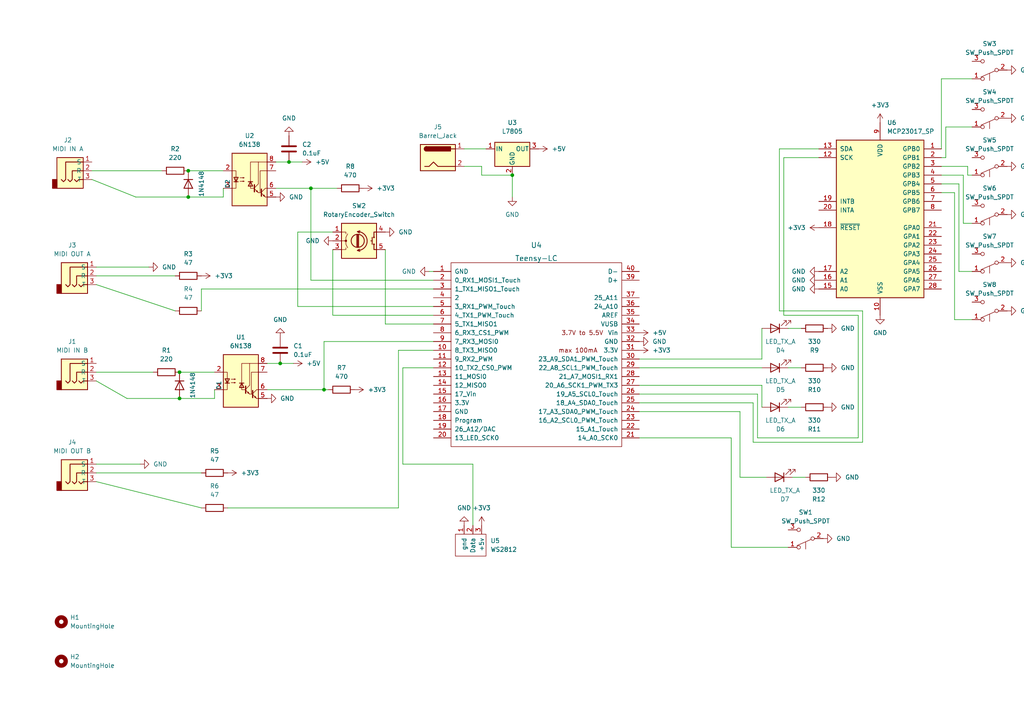
<source format=kicad_sch>
(kicad_sch (version 20211123) (generator eeschema)
  (paper "A4")
  (lib_symbols
    (symbol "Connector:Barrel_Jack" (pin_names (offset 1.016))
      (property "Reference" "J" (at 0 5.334 0))
      (property "Value" "Barrel_Jack" (at 0 -5.08 0))
      (symbol "Barrel_Jack_0_1"
        (rectangle (start -5.08 3.81) (end 5.08 -3.81) (stroke (width 0.254)) (fill (type background)))
        (arc (start -3.302 3.175) (mid -3.937 2.54) (end -3.302 1.905) (stroke (width 0.254)))
        (arc (start -3.302 3.175) (mid -3.937 2.54) (end -3.302 1.905) (stroke (width 0.254)) (fill (type outline)))
        (polyline (pts (xy 5.08 2.54) (xy 3.81 2.54)) (stroke (width 0.254)))
        (polyline (pts (xy -3.81 -2.54) (xy -2.54 -2.54) (xy -1.27 -1.27) (xy 0 -2.54) (xy 2.54 -2.54) (xy 5.08 -2.54)) (stroke (width 0.254)))
        (rectangle (start 3.683 3.175) (end -3.302 1.905) (stroke (width 0.254)) (fill (type outline)))
      )
      (symbol "Barrel_Jack_1_1"
        (pin passive line (at 7.62 2.54 180) (length 2.54) (name "~") (number "1"))
        (pin passive line (at 7.62 -2.54 180) (length 2.54) (name "~") (number "2"))
      )
    )
    (symbol "Device:C" (pin_numbers hide) (pin_names (offset 0.254))
      (property "Reference" "C" (at 0.635 2.54 0))
      (property "Value" "C" (at 0.635 -2.54 0))
      (symbol "C_0_1"
        (polyline (pts (xy -2.032 -0.762) (xy 2.032 -0.762)) (stroke (width 0.508)))
        (polyline (pts (xy -2.032 0.762) (xy 2.032 0.762)) (stroke (width 0.508)))
      )
      (symbol "C_1_1"
        (pin passive line (at 0 3.81 270) (length 2.794) (name "~") (number "1"))
        (pin passive line (at 0 -3.81 90) (length 2.794) (name "~") (number "2"))
      )
    )
    (symbol "Device:LED" (pin_numbers hide) (pin_names (offset 1.016) hide)
      (property "Reference" "D" (at 0 2.54 0))
      (property "Value" "LED" (at 0 -2.54 0))
      (symbol "LED_0_1"
        (polyline (pts (xy -1.27 -1.27) (xy -1.27 1.27)) (stroke (width 0.254)))
        (polyline (pts (xy -1.27 0) (xy 1.27 0)))
        (polyline (pts (xy 1.27 -1.27) (xy 1.27 1.27) (xy -1.27 0) (xy 1.27 -1.27)) (stroke (width 0.254)))
        (polyline (pts (xy -3.048 -0.762) (xy -4.572 -2.286) (xy -3.81 -2.286) (xy -4.572 -2.286) (xy -4.572 -1.524)))
        (polyline (pts (xy -1.778 -0.762) (xy -3.302 -2.286) (xy -2.54 -2.286) (xy -3.302 -2.286) (xy -3.302 -1.524)))
      )
      (symbol "LED_1_1"
        (pin passive line (at -3.81 0 0) (length 2.54) (name "K") (number "1"))
        (pin passive line (at 3.81 0 180) (length 2.54) (name "A") (number "2"))
      )
    )
    (symbol "Device:R" (pin_numbers hide) (pin_names (offset 0))
      (property "Reference" "R" (at 2.032 0 90))
      (property "Value" "R" (at 0 0 90))
      (symbol "R_0_1"
        (rectangle (start -1.016 -2.54) (end 1.016 2.54) (stroke (width 0.254)))
      )
      (symbol "R_1_1"
        (pin passive line (at 0 3.81 270) (length 1.27) (name "~") (number "1"))
        (pin passive line (at 0 -3.81 90) (length 1.27) (name "~") (number "2"))
      )
    )
    (symbol "Diode:1N4148" (pin_numbers hide) (pin_names (offset 1.016) hide)
      (property "Reference" "D" (at 0 2.54 0))
      (property "Value" "1N4148" (at 0 -2.54 0))
      (symbol "1N4148_0_1"
        (polyline (pts (xy -1.27 1.27) (xy -1.27 -1.27)) (stroke (width 0.254)))
        (polyline (pts (xy 1.27 0) (xy -1.27 0)))
        (polyline (pts (xy 1.27 1.27) (xy 1.27 -1.27) (xy -1.27 0) (xy 1.27 1.27)) (stroke (width 0.254)))
      )
      (symbol "1N4148_1_1"
        (pin passive line (at -3.81 0 0) (length 2.54) (name "K") (number "1"))
        (pin passive line (at 3.81 0 180) (length 2.54) (name "A") (number "2"))
      )
    )
    (symbol "Interface_Expansion:MCP23017_SP" (pin_names (offset 1.016))
      (property "Reference" "U" (at -11.43 24.13 0))
      (property "Value" "MCP23017_SP" (at 0 0 0))
      (symbol "MCP23017_SP_0_1"
        (rectangle (start -12.7 22.86) (end 12.7 -22.86) (stroke (width 0.254)) (fill (type background)))
      )
      (symbol "MCP23017_SP_1_1"
        (pin bidirectional line (at 17.78 20.32 180) (length 5.08) (name "GPB0") (number "1"))
        (pin power_in line (at 0 -27.94 90) (length 5.08) (name "VSS") (number "10"))
        (pin no_connect line (at -12.7 15.24 0) (length 5.08) hide (name "NC") (number "11"))
        (pin input line (at -17.78 17.78 0) (length 5.08) (name "SCK") (number "12"))
        (pin bidirectional line (at -17.78 20.32 0) (length 5.08) (name "SDA") (number "13"))
        (pin no_connect line (at -12.7 12.7 0) (length 5.08) hide (name "NC") (number "14"))
        (pin input line (at -17.78 -20.32 0) (length 5.08) (name "A0") (number "15"))
        (pin input line (at -17.78 -17.78 0) (length 5.08) (name "A1") (number "16"))
        (pin input line (at -17.78 -15.24 0) (length 5.08) (name "A2") (number "17"))
        (pin input line (at -17.78 -2.54 0) (length 5.08) (name "~{RESET}") (number "18"))
        (pin tri_state line (at -17.78 5.08 0) (length 5.08) (name "INTB") (number "19"))
        (pin bidirectional line (at 17.78 17.78 180) (length 5.08) (name "GPB1") (number "2"))
        (pin tri_state line (at -17.78 2.54 0) (length 5.08) (name "INTA") (number "20"))
        (pin bidirectional line (at 17.78 -2.54 180) (length 5.08) (name "GPA0") (number "21"))
        (pin bidirectional line (at 17.78 -5.08 180) (length 5.08) (name "GPA1") (number "22"))
        (pin bidirectional line (at 17.78 -7.62 180) (length 5.08) (name "GPA2") (number "23"))
        (pin bidirectional line (at 17.78 -10.16 180) (length 5.08) (name "GPA3") (number "24"))
        (pin bidirectional line (at 17.78 -12.7 180) (length 5.08) (name "GPA4") (number "25"))
        (pin bidirectional line (at 17.78 -15.24 180) (length 5.08) (name "GPA5") (number "26"))
        (pin bidirectional line (at 17.78 -17.78 180) (length 5.08) (name "GPA6") (number "27"))
        (pin bidirectional line (at 17.78 -20.32 180) (length 5.08) (name "GPA7") (number "28"))
        (pin bidirectional line (at 17.78 15.24 180) (length 5.08) (name "GPB2") (number "3"))
        (pin bidirectional line (at 17.78 12.7 180) (length 5.08) (name "GPB3") (number "4"))
        (pin bidirectional line (at 17.78 10.16 180) (length 5.08) (name "GPB4") (number "5"))
        (pin bidirectional line (at 17.78 7.62 180) (length 5.08) (name "GPB5") (number "6"))
        (pin bidirectional line (at 17.78 5.08 180) (length 5.08) (name "GPB6") (number "7"))
        (pin bidirectional line (at 17.78 2.54 180) (length 5.08) (name "GPB7") (number "8"))
        (pin power_in line (at 0 27.94 270) (length 5.08) (name "VDD") (number "9"))
      )
    )
    (symbol "Isolator:6N138" (pin_names (offset 1.016) hide)
      (property "Reference" "U" (at -4.064 8.89 0))
      (property "Value" "6N138" (at 2.286 8.89 0))
      (symbol "6N138_0_1"
        (rectangle (start -5.08 7.62) (end 5.08 -7.62) (stroke (width 0.254)) (fill (type background)))
        (polyline (pts (xy -4.572 -0.635) (xy -3.302 -0.635)) (stroke (width 0.254)))
        (polyline (pts (xy 0.889 -0.635) (xy -0.381 -0.635)) (stroke (width 0.254)))
        (polyline (pts (xy 1.397 -2.667) (xy 2.54 -3.81)))
        (polyline (pts (xy 1.397 -2.413) (xy 2.54 -1.27)))
        (polyline (pts (xy 2.54 -3.81) (xy 3.175 -3.81)))
        (polyline (pts (xy 3.429 -3.937) (xy 4.572 -5.08)))
        (polyline (pts (xy 3.429 -3.683) (xy 4.572 -2.54)))
        (polyline (pts (xy 4.572 -5.08) (xy 5.08 -5.08)))
        (polyline (pts (xy 4.572 -2.54) (xy 5.08 -2.54)))
        (polyline (pts (xy 1.397 -1.524) (xy 1.397 -3.556) (xy 1.397 -3.556)) (stroke (width 0.3556)))
        (polyline (pts (xy 2.54 -1.27) (xy 2.54 5.08) (xy 5.08 5.08)))
        (polyline (pts (xy 3.429 -2.794) (xy 3.429 -4.826) (xy 3.429 -4.826)) (stroke (width 0.3556)))
        (polyline (pts (xy 5.08 2.54) (xy 3.048 2.54) (xy 3.048 -3.81)))
        (polyline (pts (xy -5.08 -2.54) (xy -3.937 -2.54) (xy -3.937 2.54) (xy -5.08 2.54)))
        (polyline (pts (xy -3.937 -0.635) (xy -4.572 0.635) (xy -3.302 0.635) (xy -3.937 -0.635)) (stroke (width 0.254)))
        (polyline (pts (xy 0.254 -0.635) (xy 0.889 -1.905) (xy -0.381 -1.905) (xy 0.254 -0.635)) (stroke (width 0.254)))
        (polyline (pts (xy 1.27 -2.54) (xy 0.254 -2.54) (xy 0.254 5.08) (xy 2.54 5.08)))
        (polyline (pts (xy 2.413 -3.683) (xy 2.159 -3.175) (xy 1.905 -3.429) (xy 2.413 -3.683)))
        (polyline (pts (xy 4.445 -4.953) (xy 4.191 -4.445) (xy 3.937 -4.699) (xy 4.445 -4.953)))
        (polyline (pts (xy -2.794 -0.508) (xy -1.524 -0.508) (xy -1.905 -0.635) (xy -1.905 -0.381) (xy -1.524 -0.508)))
        (polyline (pts (xy -2.794 0.508) (xy -1.524 0.508) (xy -1.905 0.381) (xy -1.905 0.635) (xy -1.524 0.508)))
      )
      (symbol "6N138_1_1"
        (pin no_connect line (at -5.08 5.08 0) (length 2.54) hide (name "NC") (number "1"))
        (pin passive line (at -7.62 2.54 0) (length 2.54) (name "C1") (number "2"))
        (pin passive line (at -7.62 -2.54 0) (length 2.54) (name "C2") (number "3"))
        (pin no_connect line (at -5.08 -5.08 0) (length 2.54) hide (name "NC") (number "4"))
        (pin passive line (at 7.62 -5.08 180) (length 2.54) (name "GND") (number "5"))
        (pin passive line (at 7.62 -2.54 180) (length 2.54) (name "VO2") (number "6"))
        (pin passive line (at 7.62 2.54 180) (length 2.54) (name "VO1") (number "7"))
        (pin passive line (at 7.62 5.08 180) (length 2.54) (name "VCC") (number "8"))
      )
    )
    (symbol "Mechanical:MountingHole" (pin_names (offset 1.016))
      (property "Reference" "H" (at 0 5.08 0))
      (property "Value" "MountingHole" (at 0 3.175 0))
      (symbol "MountingHole_0_1"
        (circle (center 0 0) (radius 1.27) (stroke (width 1.27)))
      )
    )
    (symbol "Regulator_Linear:L7805" (pin_names (offset 0.254))
      (property "Reference" "U" (at -3.81 3.175 0))
      (property "Value" "L7805" (at 0 3.175 0))
      (symbol "L7805_0_1"
        (rectangle (start -5.08 1.905) (end 5.08 -5.08) (stroke (width 0.254)) (fill (type background)))
      )
      (symbol "L7805_1_1"
        (pin power_in line (at -7.62 0 0) (length 2.54) (name "IN") (number "1"))
        (pin power_in line (at 0 -7.62 90) (length 2.54) (name "GND") (number "2"))
        (pin power_out line (at 7.62 0 180) (length 2.54) (name "OUT") (number "3"))
      )
    )
    (symbol "Switch:SW_Push_SPDT" (pin_names (offset 0) hide)
      (property "Reference" "SW" (at 0 4.318 0))
      (property "Value" "SW_Push_SPDT" (at 0 -5.08 0))
      (symbol "SW_Push_SPDT_0_0"
        (circle (center -2.032 0) (radius 0.508))
        (polyline (pts (xy 0 1.016) (xy 0 3.048)))
        (circle (center 2.032 -2.54) (radius 0.508))
      )
      (symbol "SW_Push_SPDT_0_1"
        (polyline (pts (xy -1.524 0.254) (xy 2.54 2.032)))
        (circle (center 2.032 2.54) (radius 0.508))
      )
      (symbol "SW_Push_SPDT_1_1"
        (pin passive line (at 5.08 2.54 180) (length 2.54) (name "A") (number "1"))
        (pin passive line (at -5.08 0 0) (length 2.54) (name "B") (number "2"))
        (pin passive line (at 5.08 -2.54 180) (length 2.54) (name "C") (number "3"))
      )
    )
    (symbol "clarinoid2:RotaryEncoder_Switch" (pin_names (offset 0.254) hide)
      (property "Reference" "SW" (at 0 6.35 0))
      (property "Value" "RotaryEncoder_Switch" (at 0 -6.604 0))
      (symbol "RotaryEncoder_Switch_0_1"
        (rectangle (start -5.08 5.08) (end 5.08 -5.08) (stroke (width 0.254)) (fill (type background)))
        (circle (center -3.81 0) (radius 0.254) (fill (type outline)))
        (arc (start -0.381 -2.794) (mid 2.3622 -0.0508) (end -0.381 2.667) (stroke (width 0.254)))
        (circle (center -0.381 0) (radius 1.905) (stroke (width 0.254)))
        (polyline (pts (xy -0.635 -1.778) (xy -0.635 1.778)) (stroke (width 0.254)))
        (polyline (pts (xy -0.381 -1.778) (xy -0.381 1.778)) (stroke (width 0.254)))
        (polyline (pts (xy -0.127 1.778) (xy -0.127 -1.778)) (stroke (width 0.254)))
        (polyline (pts (xy 3.81 0) (xy 3.429 0)) (stroke (width 0.254)))
        (polyline (pts (xy 3.81 1.016) (xy 3.81 -1.016)) (stroke (width 0.254)))
        (polyline (pts (xy -5.08 -2.54) (xy -3.81 -2.54) (xy -3.81 -2.032)))
        (polyline (pts (xy -5.08 2.54) (xy -3.81 2.54) (xy -3.81 2.032)))
        (polyline (pts (xy 0.254 -3.048) (xy -0.508 -2.794) (xy 0.127 -2.413)) (stroke (width 0.254)))
        (polyline (pts (xy 0.254 2.921) (xy -0.508 2.667) (xy 0.127 2.286)) (stroke (width 0.254)))
        (polyline (pts (xy 5.08 -2.54) (xy 4.318 -2.54) (xy 4.318 -1.016)) (stroke (width 0.254)))
        (polyline (pts (xy 5.08 2.54) (xy 4.318 2.54) (xy 4.318 1.016)) (stroke (width 0.254)))
        (polyline (pts (xy -5.08 0) (xy -3.81 0) (xy -3.81 -1.016) (xy -3.302 -2.032)))
        (polyline (pts (xy -4.318 0) (xy -3.81 0) (xy -3.81 1.016) (xy -3.302 2.032)))
        (circle (center 4.318 -1.016) (radius 0.127) (stroke (width 0.254)))
        (circle (center 4.318 1.016) (radius 0.127) (stroke (width 0.254)))
      )
      (symbol "RotaryEncoder_Switch_1_1"
        (pin passive line (at -7.62 2.54 0) (length 2.54) (name "A") (number "1"))
        (pin passive line (at -7.62 0 0) (length 2.54) (name "GND") (number "2"))
        (pin passive line (at -7.62 -2.54 0) (length 2.54) (name "B") (number "3"))
        (pin passive line (at 7.62 2.54 180) (length 2.54) (name "SWGND") (number "4"))
        (pin passive line (at 7.62 -2.54 180) (length 2.54) (name "SW") (number "5"))
      )
    )
    (symbol "clarinoid2:TRS jack"
      (property "Reference" "J" (at 0 8.89 0))
      (property "Value" "TRS jack" (at 0 6.35 0))
      (symbol "TRS jack_0_1"
        (rectangle (start -5.08 -5.08) (end -6.35 -2.54) (stroke (width 0.254)) (fill (type outline)))
        (polyline (pts (xy 0 -2.54) (xy 0.635 -3.175) (xy 1.27 -2.54) (xy 2.54 -2.54)) (stroke (width 0.254)))
        (polyline (pts (xy -1.905 -2.54) (xy -1.27 -3.175) (xy -0.635 -2.54) (xy -0.635 0) (xy 2.54 0)) (stroke (width 0.254)))
        (polyline (pts (xy 2.54 2.54) (xy -2.54 2.54) (xy -2.54 -2.54) (xy -3.175 -3.175) (xy -3.81 -2.54)) (stroke (width 0.254)))
        (rectangle (start 2.54 3.81) (end -5.08 -5.08) (stroke (width 0.254)) (fill (type background)))
      )
      (symbol "TRS jack_1_1"
        (pin passive line (at 5.08 2.54 180) (length 2.54) (name "S") (number "1"))
        (pin passive line (at 5.08 0 180) (length 2.54) (name "R") (number "2"))
        (pin passive line (at 5.08 -2.54 180) (length 2.54) (name "T") (number "3"))
      )
    )
    (symbol "clarinoid2:WS2812" (pin_names (offset 1.016))
      (property "Reference" "U" (at 5.08 -1.27 0))
      (property "Value" "WS2812" (at 0 -1.27 0))
      (symbol "WS2812_0_1"
        (rectangle (start -3.81 6.35) (end 5.08 0))
      )
      (symbol "WS2812_1_1"
        (pin input line (at -1.27 8.89 270) (length 2.54) (name "gnd") (number "1"))
        (pin input line (at 1.27 8.89 270) (length 2.54) (name "Data") (number "2"))
        (pin input line (at 3.81 8.89 270) (length 2.54) (name "+5v") (number "3"))
      )
    )
    (symbol "power:+3.3V" (power) (pin_names (offset 0))
      (property "Value" "+3.3V" (at 0 3.556 0))
      (symbol "+3.3V_0_1"
        (polyline (pts (xy -0.762 1.27) (xy 0 2.54)))
        (polyline (pts (xy 0 0) (xy 0 2.54)))
        (polyline (pts (xy 0 2.54) (xy 0.762 1.27)))
      )
      (symbol "+3.3V_1_1"
        (pin power_in line (at 0 0 90) (length 0) hide (name "+3V3") (number "1"))
      )
    )
    (symbol "power:+5V" (power) (pin_names (offset 0))
      (property "Value" "+5V" (at 0 3.556 0))
      (symbol "+5V_0_1"
        (polyline (pts (xy -0.762 1.27) (xy 0 2.54)))
        (polyline (pts (xy 0 0) (xy 0 2.54)))
        (polyline (pts (xy 0 2.54) (xy 0.762 1.27)))
      )
      (symbol "+5V_1_1"
        (pin power_in line (at 0 0 90) (length 0) hide (name "+5V") (number "1"))
      )
    )
    (symbol "power:GND" (power) (pin_names (offset 0))
      (property "Value" "GND" (at 0 -3.81 0))
      (symbol "GND_0_1"
        (polyline (pts (xy 0 0) (xy 0 -1.27) (xy 1.27 -1.27) (xy 0 -2.54) (xy -1.27 -1.27) (xy 0 -1.27)))
      )
      (symbol "GND_1_1"
        (pin power_in line (at 0 0 270) (length 0) hide (name "GND") (number "1"))
      )
    )
    (symbol "teensy:Teensy-LC" (pin_names (offset 1.016))
      (property "Reference" "U" (at 0 29.21 0))
      (property "Value" "Teensy-LC" (at 0 -29.21 0))
      (symbol "Teensy-LC_0_0"
        (text "3.7V to 5.5V" (at 13.97 6.35 0) (effects (font (size 1.27 1.27))))
        (text "max 100mA" (at 12.7 1.27 0) (effects (font (size 1.27 1.27))))
      )
      (symbol "Teensy-LC_0_1"
        (rectangle (start -24.13 26.67) (end 25.4 -26.67))
      )
      (symbol "Teensy-LC_1_1"
        (pin power_in line (at -29.21 24.13 0) (length 5.08) (name "GND") (number "1"))
        (pin bidirectional line (at -29.21 1.27 0) (length 5.08) (name "8_TX3_MISO0") (number "10"))
        (pin bidirectional line (at -29.21 -1.27 0) (length 5.08) (name "9_RX2_PWM") (number "11"))
        (pin bidirectional line (at -29.21 -3.81 0) (length 5.08) (name "10_TX2_CS0_PWM") (number "12"))
        (pin bidirectional line (at -29.21 -6.35 0) (length 5.08) (name "11_MOSI0") (number "13"))
        (pin bidirectional line (at -29.21 -8.89 0) (length 5.08) (name "12_MISO0") (number "14"))
        (pin output line (at -29.21 -11.43 0) (length 5.08) (name "17_Vin") (number "15"))
        (pin power_in line (at -29.21 -13.97 0) (length 5.08) (name "3.3V") (number "16"))
        (pin power_in line (at -29.21 -16.51 0) (length 5.08) (name "GND") (number "17"))
        (pin input line (at -29.21 -19.05 0) (length 5.08) (name "Program") (number "18"))
        (pin bidirectional line (at -29.21 -21.59 0) (length 5.08) (name "26_A12/DAC") (number "19"))
        (pin bidirectional line (at -29.21 21.59 0) (length 5.08) (name "0_RX1_MOSI1_Touch") (number "2"))
        (pin bidirectional line (at -29.21 -24.13 0) (length 5.08) (name "13_LED_SCK0") (number "20"))
        (pin bidirectional line (at 30.48 -24.13 180) (length 5.08) (name "14_A0_SCK0") (number "21"))
        (pin bidirectional line (at 30.48 -21.59 180) (length 5.08) (name "15_A1_Touch") (number "22"))
        (pin bidirectional line (at 30.48 -19.05 180) (length 5.08) (name "16_A2_SCL0_PWM_Touch") (number "23"))
        (pin bidirectional line (at 30.48 -16.51 180) (length 5.08) (name "17_A3_SDA0_PWM_Touch") (number "24"))
        (pin bidirectional line (at 30.48 -13.97 180) (length 5.08) (name "18_A4_SDA0_Touch") (number "25"))
        (pin bidirectional line (at 30.48 -11.43 180) (length 5.08) (name "19_A5_SCL0_Touch") (number "26"))
        (pin bidirectional line (at 30.48 -8.89 180) (length 5.08) (name "20_A6_SCK1_PWM_TX3") (number "27"))
        (pin bidirectional line (at 30.48 -6.35 180) (length 5.08) (name "21_A7_MOSI1_RX1") (number "28"))
        (pin bidirectional line (at 30.48 -3.81 180) (length 5.08) (name "22_A8_SCL1_PWM_Touch") (number "29"))
        (pin bidirectional line (at -29.21 19.05 0) (length 5.08) (name "1_TX1_MISO1_Touch") (number "3"))
        (pin bidirectional line (at 30.48 -1.27 180) (length 5.08) (name "23_A9_SDA1_PWM_Touch") (number "30"))
        (pin power_out line (at 30.48 1.27 180) (length 5.08) (name "3.3V") (number "31"))
        (pin power_in line (at 30.48 3.81 180) (length 5.08) (name "GND") (number "32"))
        (pin power_in line (at 30.48 6.35 180) (length 5.08) (name "Vin") (number "33"))
        (pin power_in line (at 30.48 8.89 180) (length 5.08) (name "VUSB") (number "34"))
        (pin input line (at 30.48 11.43 180) (length 5.08) (name "AREF") (number "35"))
        (pin bidirectional line (at 30.48 13.97 180) (length 5.08) (name "24_A10") (number "36"))
        (pin bidirectional line (at 30.48 16.51 180) (length 5.08) (name "25_A11") (number "37"))
        (pin bidirectional line (at 30.48 21.59 180) (length 5.08) (name "D+") (number "39"))
        (pin bidirectional line (at -29.21 16.51 0) (length 5.08) (name "2") (number "4"))
        (pin bidirectional line (at 30.48 24.13 180) (length 5.08) (name "D-") (number "40"))
        (pin bidirectional line (at -29.21 13.97 0) (length 5.08) (name "3_RX1_PWM_Touch") (number "5"))
        (pin bidirectional line (at -29.21 11.43 0) (length 5.08) (name "4_TX1_PWM_Touch") (number "6"))
        (pin bidirectional line (at -29.21 8.89 0) (length 5.08) (name "5_TX1_MISO1") (number "7"))
        (pin bidirectional line (at -29.21 6.35 0) (length 5.08) (name "6_RX3_CS1_PWM") (number "8"))
        (pin bidirectional line (at -29.21 3.81 0) (length 5.08) (name "7_RX3_MOSI0") (number "9"))
      )
    )
  )
  (junction (at 148.59 50.8))
  (junction (at 52.07 107.95))
  (junction (at 93.98 113.03))
  (junction (at 52.07 115.57))
  (junction (at 83.82 46.99))
  (junction (at 54.61 49.53))
  (junction (at 81.28 105.41))
  (junction (at 90.17 54.61))
  (junction (at 54.61 57.15))
  (wire (pts (xy 148.59 50.8) (xy 148.59 57.15)))
  (wire (pts (xy 96.52 72.39) (xy 96.52 91.44)))
  (wire (pts (xy 248.92 127) (xy 248.92 91.44)))
  (wire (pts (xy 279.4 64.77) (xy 281.94 64.77)))
  (wire (pts (xy 134.62 48.26) (xy 139.7 48.26)))
  (wire (pts (xy 83.82 46.99) (xy 87.63 46.99)))
  (wire (pts (xy 273.05 50.8) (xy 279.4 50.8)))
  (wire (pts (xy 50.8 90.17) (xy 27.94 82.55)))
  (wire (pts (xy 233.68 138.43) (xy 229.87 138.43)))
  (wire (pts (xy 27.94 110.49) (xy 36.83 115.57)))
  (wire (pts (xy 185.42 104.14) (xy 220.98 104.14)))
  (wire (pts (xy 227.33 45.72) (xy 237.49 45.72)))
  (wire (pts (xy 90.17 81.28) (xy 125.73 81.28)))
  (wire (pts (xy 81.28 105.41) (xy 85.09 105.41)))
  (wire (pts (xy 96.52 91.44) (xy 125.73 91.44)))
  (wire (pts (xy 185.42 116.84) (xy 218.44 116.84)))
  (wire (pts (xy 218.44 128.27) (xy 250.19 128.27)))
  (wire (pts (xy 248.92 91.44) (xy 227.33 91.44)))
  (wire (pts (xy 276.86 92.71) (xy 281.94 92.71)))
  (wire (pts (xy 232.41 118.11) (xy 228.6 118.11)))
  (wire (pts (xy 280.67 48.26) (xy 280.67 50.8)))
  (wire (pts (xy 26.67 49.53) (xy 46.99 49.53)))
  (wire (pts (xy 279.4 50.8) (xy 279.4 64.77)))
  (wire (pts (xy 26.67 52.07) (xy 39.37 57.15)))
  (wire (pts (xy 250.19 90.17) (xy 226.06 90.17)))
  (wire (pts (xy 58.42 83.82) (xy 125.73 83.82)))
  (wire (pts (xy 274.32 36.83) (xy 281.94 36.83)))
  (wire (pts (xy 273.05 45.72) (xy 274.32 45.72)))
  (wire (pts (xy 52.07 107.95) (xy 62.23 107.95)))
  (wire (pts (xy 39.37 57.15) (xy 54.61 57.15)))
  (wire (pts (xy 93.98 99.06) (xy 93.98 113.03)))
  (wire (pts (xy 115.57 101.6) (xy 115.57 147.32)))
  (wire (pts (xy 116.84 134.62) (xy 116.84 106.68)))
  (wire (pts (xy 77.47 113.03) (xy 93.98 113.03)))
  (wire (pts (xy 276.86 55.88) (xy 276.86 92.71)))
  (wire (pts (xy 80.01 54.61) (xy 90.17 54.61)))
  (wire (pts (xy 219.71 114.3) (xy 219.71 127)))
  (wire (pts (xy 50.8 80.01) (xy 27.94 80.01)))
  (wire (pts (xy 278.13 53.34) (xy 278.13 78.74)))
  (wire (pts (xy 226.06 43.18) (xy 237.49 43.18)))
  (wire (pts (xy 93.98 113.03) (xy 95.25 113.03)))
  (wire (pts (xy 27.94 134.62) (xy 40.64 134.62)))
  (wire (pts (xy 58.42 90.17) (xy 58.42 83.82)))
  (wire (pts (xy 58.42 147.32) (xy 27.94 139.7)))
  (wire (pts (xy 185.42 114.3) (xy 219.71 114.3)))
  (wire (pts (xy 212.09 127) (xy 212.09 158.75)))
  (wire (pts (xy 232.41 106.68) (xy 228.6 106.68)))
  (wire (pts (xy 137.16 152.4) (xy 137.16 134.62)))
  (wire (pts (xy 77.47 105.41) (xy 81.28 105.41)))
  (wire (pts (xy 232.41 95.25) (xy 228.6 95.25)))
  (wire (pts (xy 280.67 50.8) (xy 281.94 50.8)))
  (wire (pts (xy 227.33 91.44) (xy 227.33 45.72)))
  (wire (pts (xy 90.17 54.61) (xy 90.17 81.28)))
  (wire (pts (xy 212.09 158.75) (xy 228.6 158.75)))
  (wire (pts (xy 220.98 111.76) (xy 220.98 118.11)))
  (wire (pts (xy 80.01 46.99) (xy 83.82 46.99)))
  (wire (pts (xy 214.63 119.38) (xy 214.63 138.43)))
  (wire (pts (xy 54.61 57.15) (xy 64.77 57.15)))
  (wire (pts (xy 273.05 48.26) (xy 280.67 48.26)))
  (wire (pts (xy 185.42 119.38) (xy 214.63 119.38)))
  (wire (pts (xy 140.97 43.18) (xy 134.62 43.18)))
  (wire (pts (xy 96.52 67.31) (xy 86.36 67.31)))
  (wire (pts (xy 27.94 107.95) (xy 44.45 107.95)))
  (wire (pts (xy 278.13 78.74) (xy 281.94 78.74)))
  (wire (pts (xy 64.77 54.61) (xy 64.77 57.15)))
  (wire (pts (xy 27.94 77.47) (xy 43.18 77.47)))
  (wire (pts (xy 54.61 49.53) (xy 64.77 49.53)))
  (wire (pts (xy 214.63 138.43) (xy 222.25 138.43)))
  (wire (pts (xy 185.42 106.68) (xy 220.98 106.68)))
  (wire (pts (xy 111.76 72.39) (xy 111.76 93.98)))
  (wire (pts (xy 185.42 111.76) (xy 220.98 111.76)))
  (wire (pts (xy 124.46 78.74) (xy 125.73 78.74)))
  (wire (pts (xy 125.73 99.06) (xy 93.98 99.06)))
  (wire (pts (xy 226.06 90.17) (xy 226.06 43.18)))
  (wire (pts (xy 185.42 127) (xy 212.09 127)))
  (wire (pts (xy 125.73 101.6) (xy 115.57 101.6)))
  (wire (pts (xy 86.36 88.9) (xy 125.73 88.9)))
  (wire (pts (xy 273.05 53.34) (xy 278.13 53.34)))
  (wire (pts (xy 86.36 67.31) (xy 86.36 88.9)))
  (wire (pts (xy 273.05 22.86) (xy 281.94 22.86)))
  (wire (pts (xy 139.7 50.8) (xy 148.59 50.8)))
  (wire (pts (xy 273.05 55.88) (xy 276.86 55.88)))
  (wire (pts (xy 273.05 43.18) (xy 273.05 22.86)))
  (wire (pts (xy 250.19 128.27) (xy 250.19 90.17)))
  (wire (pts (xy 36.83 115.57) (xy 52.07 115.57)))
  (wire (pts (xy 139.7 48.26) (xy 139.7 50.8)))
  (wire (pts (xy 62.23 113.03) (xy 62.23 115.57)))
  (wire (pts (xy 137.16 134.62) (xy 116.84 134.62)))
  (wire (pts (xy 218.44 116.84) (xy 218.44 128.27)))
  (wire (pts (xy 111.76 93.98) (xy 125.73 93.98)))
  (wire (pts (xy 90.17 54.61) (xy 97.79 54.61)))
  (wire (pts (xy 58.42 137.16) (xy 27.94 137.16)))
  (wire (pts (xy 66.04 147.32) (xy 115.57 147.32)))
  (wire (pts (xy 220.98 104.14) (xy 220.98 95.25)))
  (wire (pts (xy 52.07 115.57) (xy 62.23 115.57)))
  (wire (pts (xy 219.71 127) (xy 248.92 127)))
  (wire (pts (xy 274.32 45.72) (xy 274.32 36.83)))
  (wire (pts (xy 116.84 106.68) (xy 125.73 106.68)))
  (symbol (lib_id "Isolator:6N138") (at 72.39 52.07 0) (unit 1)
    (property "Reference" "U2" (at 72.39 39.37 0))
    (property "Value" "6N138" (at 72.39 41.91 0))
    (property "Footprint" "Package_DIP:DIP-8_W7.62mm" (effects hide))
    (property "Datasheet" "http://www.onsemi.com/pub/Collateral/HCPL2731-D.pdf" (effects hide))
  )
  (symbol (lib_id "power:GND") (at 292.1 90.17 90) (unit 1)
    (property "Reference" "#PWR0120" (effects hide))
    (property "Value" "GND" (at 295.91 90.1699 90) (effects (justify right)))
  )
  (symbol (lib_id "Mechanical:MountingHole") (at 17.78 191.77 0) (unit 1)
    (property "Reference" "H2" (at 20.32 190.4999 0) (effects (justify left)))
    (property "Value" "MountingHole" (at 20.32 193.0399 0) (effects (justify left)))
    (property "Footprint" "MountingHole:MountingHole_2.7mm_M2.5_ISO14580_Pad" (effects hide))
  )
  (symbol (lib_id "Switch:SW_Push_SPDT") (at 233.68 156.21 180) (unit 1)
    (property "Reference" "SW1" (at 233.68 148.59 0))
    (property "Value" "SW_Push_SPDT" (at 233.68 151.13 0))
    (property "Footprint" "Connector_Wire:SolderWire-0.25sqmm_1x02_P4.5mm_D0.65mm_OD2mm" (effects hide))
  )
  (symbol (lib_id "Mechanical:MountingHole") (at 17.78 180.34 0) (unit 1)
    (property "Reference" "H1" (at 20.32 179.0699 0) (effects (justify left)))
    (property "Value" "MountingHole" (at 20.32 181.6099 0) (effects (justify left)))
    (property "Footprint" "MountingHole:MountingHole_2.7mm_M2.5_ISO14580_Pad" (effects hide))
  )
  (symbol (lib_id "power:GND") (at 81.28 97.79 180) (unit 1)
    (property "Reference" "#PWR09" (effects hide))
    (property "Value" "GND" (at 81.28 92.71 0))
  )
  (symbol (lib_id "power:+5V") (at 185.42 96.52 270) (unit 1)
    (property "Reference" "#PWR017" (effects hide))
    (property "Value" "+5V" (at 189.23 96.5199 90) (effects (justify left)))
  )
  (symbol (lib_id "power:GND") (at 255.27 91.44 0) (unit 1)
    (property "Reference" "#PWR0107" (effects hide))
    (property "Value" "GND" (at 255.27 96.52 0))
  )
  (symbol (lib_id "power:GND") (at 40.64 134.62 90) (unit 1)
    (property "Reference" "#PWR04" (effects hide))
    (property "Value" "GND" (at 44.45 134.6199 90) (effects (justify right)))
  )
  (symbol (lib_id "power:GND") (at 292.1 62.23 90) (unit 1)
    (property "Reference" "#PWR0116" (effects hide))
    (property "Value" "GND" (at 295.91 62.2299 90) (effects (justify right)))
  )
  (symbol (lib_id "Device:R") (at 62.23 137.16 90) (unit 1)
    (property "Reference" "R5" (at 62.23 130.81 90))
    (property "Value" "47" (at 62.23 133.35 90))
    (property "Footprint" "Resistor_THT:R_Axial_DIN0207_L6.3mm_D2.5mm_P10.16mm_Horizontal" (effects hide))
  )
  (symbol (lib_id "Device:R") (at 54.61 80.01 90) (unit 1)
    (property "Reference" "R3" (at 54.61 73.66 90))
    (property "Value" "47" (at 54.61 76.2 90))
    (property "Footprint" "Resistor_THT:R_Axial_DIN0207_L6.3mm_D2.5mm_P10.16mm_Horizontal" (effects hide))
  )
  (symbol (lib_id "power:+3.3V") (at 139.7 152.4 0) (unit 1)
    (property "Reference" "#PWR0103" (effects hide))
    (property "Value" "+3.3V" (at 139.7 147.32 0))
  )
  (symbol (lib_id "clarinoid2:RotaryEncoder_Switch") (at 104.14 69.85 0) (unit 1)
    (property "Reference" "SW2" (at 104.14 59.69 0))
    (property "Value" "RotaryEncoder_Switch" (at 104.14 62.23 0))
    (property "Footprint" "Connector_Wire:SolderWire-0.25sqmm_1x05_P4.2mm_D0.65mm_OD1.7mm" (effects hide))
  )
  (symbol (lib_id "power:GND") (at 83.82 39.37 180) (unit 1)
    (property "Reference" "#PWR010" (effects hide))
    (property "Value" "GND" (at 83.82 34.29 0))
  )
  (symbol (lib_id "Device:R") (at 237.49 138.43 270) (unit 1)
    (property "Reference" "R12" (at 237.49 144.78 90))
    (property "Value" "330" (at 237.49 142.24 90))
    (property "Footprint" "Resistor_THT:R_Axial_DIN0207_L6.3mm_D2.5mm_P10.16mm_Horizontal" (effects hide))
  )
  (symbol (lib_id "power:+5V") (at 85.09 105.41 270) (unit 1)
    (property "Reference" "#PWR011" (effects hide))
    (property "Value" "+5V" (at 88.9 105.4099 90) (effects (justify left)))
  )
  (symbol (lib_id "power:GND") (at 240.03 118.11 90) (unit 1)
    (property "Reference" "#PWR021" (effects hide))
    (property "Value" "GND" (at 243.84 118.1099 90) (effects (justify right)))
  )
  (symbol (lib_id "power:GND") (at 148.59 57.15 0) (unit 1)
    (property "Reference" "#PWR016" (effects hide))
    (property "Value" "GND" (at 148.59 62.23 0))
  )
  (symbol (lib_id "Switch:SW_Push_SPDT") (at 287.02 62.23 180) (unit 1)
    (property "Reference" "SW6" (at 287.02 54.61 0))
    (property "Value" "SW_Push_SPDT" (at 287.02 57.15 0))
    (property "Footprint" "Connector_Wire:SolderWire-0.25sqmm_1x02_P4.5mm_D0.65mm_OD2mm" (effects hide))
  )
  (symbol (lib_id "Device:R") (at 54.61 90.17 270) (unit 1)
    (property "Reference" "R4" (at 54.61 83.82 90))
    (property "Value" "47" (at 54.61 86.36 90))
    (property "Footprint" "Resistor_THT:R_Axial_DIN0207_L6.3mm_D2.5mm_P10.16mm_Horizontal" (effects hide))
  )
  (symbol (lib_id "Device:LED") (at 224.79 118.11 180) (unit 1)
    (property "Reference" "D6" (at 226.3775 124.46 0))
    (property "Value" "LED_TX_A" (at 226.3775 121.92 0))
    (property "Footprint" "Connector_Wire:SolderWire-0.25sqmm_1x02_P4.2mm_D0.65mm_OD1.7mm" (effects hide))
  )
  (symbol (lib_id "Interface_Expansion:MCP23017_SP") (at 255.27 63.5 0) (unit 1)
    (property "Reference" "U6" (at 257.2894 35.56 0) (effects (justify left)))
    (property "Value" "MCP23017_SP" (at 257.2894 38.1 0) (effects (justify left)))
    (property "Footprint" "Package_DIP:DIP-28_W7.62mm" (effects hide))
    (property "Datasheet" "http://ww1.microchip.com/downloads/en/DeviceDoc/20001952C.pdf" (effects hide))
  )
  (symbol (lib_id "power:GND") (at 124.46 78.74 270) (unit 1)
    (property "Reference" "#PWR015" (effects hide))
    (property "Value" "GND" (at 120.65 78.7399 90) (effects (justify right)))
  )
  (symbol (lib_id "power:GND") (at 134.62 152.4 180) (unit 1)
    (property "Reference" "#PWR0104" (effects hide))
    (property "Value" "GND" (at 134.62 147.32 0))
  )
  (symbol (lib_id "power:GND") (at 111.76 67.31 90) (unit 1)
    (property "Reference" "#PWR0113" (effects hide))
    (property "Value" "GND" (at 115.57 67.3099 90) (effects (justify right)))
  )
  (symbol (lib_id "power:+3.3V") (at 105.41 54.61 270) (unit 1)
    (property "Reference" "#PWR014" (effects hide))
    (property "Value" "+3.3V" (at 109.22 54.6099 90) (effects (justify left)))
  )
  (symbol (lib_id "power:GND") (at 96.52 69.85 270) (unit 1)
    (property "Reference" "#PWR0114" (effects hide))
    (property "Value" "GND" (at 92.71 69.8499 90) (effects (justify right)))
  )
  (symbol (lib_id "Device:C") (at 83.82 43.18 180) (unit 1)
    (property "Reference" "C2" (at 87.63 41.9099 0) (effects (justify right)))
    (property "Value" "0.1uF" (at 87.63 44.4499 0) (effects (justify right)))
    (property "Footprint" "Capacitor_THT:C_Disc_D3.8mm_W2.6mm_P2.50mm" (effects hide))
  )
  (symbol (lib_id "Switch:SW_Push_SPDT") (at 287.02 20.32 180) (unit 1)
    (property "Reference" "SW3" (at 287.02 12.7 0))
    (property "Value" "SW_Push_SPDT" (at 287.02 15.24 0))
    (property "Footprint" "Connector_Wire:SolderWire-0.25sqmm_1x02_P4.5mm_D0.65mm_OD2mm" (effects hide))
  )
  (symbol (lib_id "Diode:1N4148") (at 54.61 53.34 270) (unit 1)
    (property "Reference" "D2" (at 66.04 53.34 0))
    (property "Value" "1N4148" (at 58.42 53.34 0))
    (property "Footprint" "Diode_THT:D_DO-35_SOD27_P7.62mm_Horizontal" (effects hide))
    (property "Datasheet" "https://assets.nexperia.com/documents/data-sheet/1N4148_1N4448.pdf" (effects hide))
  )
  (symbol (lib_id "Device:R") (at 99.06 113.03 90) (unit 1)
    (property "Reference" "R7" (at 99.06 106.68 90))
    (property "Value" "470" (at 99.06 109.22 90))
    (property "Footprint" "Resistor_THT:R_Axial_DIN0207_L6.3mm_D2.5mm_P10.16mm_Horizontal" (effects hide))
  )
  (symbol (lib_id "Diode:1N4148") (at 52.07 111.76 270) (unit 1)
    (property "Reference" "D1" (at 63.5 111.76 0))
    (property "Value" "1N4148" (at 55.88 111.76 0))
    (property "Footprint" "Diode_THT:D_DO-35_SOD27_P7.62mm_Horizontal" (effects hide))
    (property "Datasheet" "https://assets.nexperia.com/documents/data-sheet/1N4148_1N4448.pdf" (effects hide))
  )
  (symbol (lib_id "Switch:SW_Push_SPDT") (at 287.02 48.26 180) (unit 1)
    (property "Reference" "SW5" (at 287.02 40.64 0))
    (property "Value" "SW_Push_SPDT" (at 287.02 43.18 0))
    (property "Footprint" "Connector_Wire:SolderWire-0.25sqmm_1x02_P4.5mm_D0.65mm_OD2mm" (effects hide))
  )
  (symbol (lib_id "power:+3.3V") (at 255.27 35.56 0) (unit 1)
    (property "Reference" "#PWR0112" (effects hide))
    (property "Value" "+3.3V" (at 255.27 30.48 0))
  )
  (symbol (lib_id "Isolator:6N138") (at 69.85 110.49 0) (unit 1)
    (property "Reference" "U1" (at 69.85 97.79 0))
    (property "Value" "6N138" (at 69.85 100.33 0))
    (property "Footprint" "Package_DIP:DIP-8_W7.62mm" (effects hide))
    (property "Datasheet" "http://www.onsemi.com/pub/Collateral/HCPL2731-D.pdf" (effects hide))
  )
  (symbol (lib_id "power:GND") (at 237.49 78.74 270) (unit 1)
    (property "Reference" "#PWR0108" (effects hide))
    (property "Value" "GND" (at 233.68 78.7399 90) (effects (justify right)))
  )
  (symbol (lib_id "power:GND") (at 240.03 95.25 90) (unit 1)
    (property "Reference" "#PWR019" (effects hide))
    (property "Value" "GND" (at 243.84 95.2499 90) (effects (justify right)))
  )
  (symbol (lib_id "clarinoid2:WS2812") (at 135.89 161.29 0) (unit 1)
    (property "Reference" "U5" (at 142.24 156.8449 0) (effects (justify left)))
    (property "Value" "WS2812" (at 142.24 159.3849 0) (effects (justify left)))
    (property "Footprint" "Connector_Wire:SolderWire-0.25sqmm_1x03_P4.2mm_D0.65mm_OD1.7mm" (effects hide))
  )
  (symbol (lib_id "clarinoid2:TRS jack") (at 22.86 80.01 0) (unit 1)
    (property "Reference" "J3" (at 20.955 71.12 0))
    (property "Value" "MIDI OUT A" (at 20.955 73.66 0))
    (property "Footprint" "Connector_Wire:SolderWire-0.25sqmm_1x03_P4.2mm_D0.65mm_OD1.7mm" (effects hide))
  )
  (symbol (lib_id "Switch:SW_Push_SPDT") (at 287.02 76.2 180) (unit 1)
    (property "Reference" "SW7" (at 287.02 68.58 0))
    (property "Value" "SW_Push_SPDT" (at 287.02 71.12 0))
    (property "Footprint" "Connector_Wire:SolderWire-0.25sqmm_1x02_P4.5mm_D0.65mm_OD2mm" (effects hide))
  )
  (symbol (lib_id "Device:R") (at 50.8 49.53 90) (unit 1)
    (property "Reference" "R2" (at 50.8 43.18 90))
    (property "Value" "220" (at 50.8 45.72 90))
    (property "Footprint" "Resistor_THT:R_Axial_DIN0207_L6.3mm_D2.5mm_P10.16mm_Horizontal" (effects hide))
  )
  (symbol (lib_id "clarinoid2:TRS jack") (at 22.86 137.16 0) (unit 1)
    (property "Reference" "J4" (at 20.955 128.27 0))
    (property "Value" "MIDI OUT B" (at 20.955 130.81 0))
    (property "Footprint" "Connector_Wire:SolderWire-0.25sqmm_1x03_P4.2mm_D0.65mm_OD1.7mm" (effects hide))
  )
  (symbol (lib_id "clarinoid2:TRS jack") (at 22.86 107.95 0) (unit 1)
    (property "Reference" "J1" (at 20.955 99.06 0))
    (property "Value" "MIDI IN B" (at 20.955 101.6 0))
    (property "Footprint" "Connector_Wire:SolderWire-0.25sqmm_1x03_P4.2mm_D0.65mm_OD1.7mm" (effects hide))
  )
  (symbol (lib_id "Device:R") (at 236.22 106.68 270) (unit 1)
    (property "Reference" "R10" (at 236.22 113.03 90))
    (property "Value" "330" (at 236.22 110.49 90))
    (property "Footprint" "Resistor_THT:R_Axial_DIN0207_L6.3mm_D2.5mm_P10.16mm_Horizontal" (effects hide))
  )
  (symbol (lib_id "power:+3.3V") (at 66.04 137.16 270) (unit 1)
    (property "Reference" "#PWR06" (effects hide))
    (property "Value" "+3.3V" (at 69.85 137.1599 90) (effects (justify left)))
  )
  (symbol (lib_id "clarinoid2:TRS jack") (at 21.59 49.53 0) (unit 1)
    (property "Reference" "J2" (at 19.685 40.64 0))
    (property "Value" "MIDI IN A" (at 19.685 43.18 0))
    (property "Footprint" "Connector_Wire:SolderWire-0.25sqmm_1x03_P4.2mm_D0.65mm_OD1.7mm" (effects hide))
  )
  (symbol (lib_id "power:GND") (at 241.3 138.43 90) (unit 1)
    (property "Reference" "#PWR022" (effects hide))
    (property "Value" "GND" (at 245.11 138.4299 90) (effects (justify right)))
  )
  (symbol (lib_id "Device:R") (at 48.26 107.95 90) (unit 1)
    (property "Reference" "R1" (at 48.26 101.6 90))
    (property "Value" "220" (at 48.26 104.14 90))
    (property "Footprint" "Resistor_THT:R_Axial_DIN0207_L6.3mm_D2.5mm_P10.16mm_Horizontal" (effects hide))
  )
  (symbol (lib_id "power:GND") (at 77.47 115.57 90) (unit 1)
    (property "Reference" "#PWR07" (effects hide))
    (property "Value" "GND" (at 81.28 115.5699 90) (effects (justify right)))
  )
  (symbol (lib_id "Device:C") (at 81.28 101.6 180) (unit 1)
    (property "Reference" "C1" (at 85.09 100.3299 0) (effects (justify right)))
    (property "Value" "0.1uF" (at 85.09 102.8699 0) (effects (justify right)))
    (property "Footprint" "Capacitor_THT:C_Disc_D3.8mm_W2.6mm_P2.50mm" (effects hide))
  )
  (symbol (lib_id "Switch:SW_Push_SPDT") (at 287.02 34.29 180) (unit 1)
    (property "Reference" "SW4" (at 287.02 26.67 0))
    (property "Value" "SW_Push_SPDT" (at 287.02 29.21 0))
    (property "Footprint" "Connector_Wire:SolderWire-0.25sqmm_1x02_P4.5mm_D0.65mm_OD2mm" (effects hide))
  )
  (symbol (lib_id "power:GND") (at 292.1 76.2 90) (unit 1)
    (property "Reference" "#PWR0119" (effects hide))
    (property "Value" "GND" (at 295.91 76.1999 90) (effects (justify right)))
  )
  (symbol (lib_id "power:GND") (at 43.18 77.47 90) (unit 1)
    (property "Reference" "#PWR03" (effects hide))
    (property "Value" "GND" (at 46.99 77.4699 90) (effects (justify right)))
  )
  (symbol (lib_id "power:+3.3V") (at 185.42 101.6 270) (unit 1)
    (property "Reference" "#PWR0106" (effects hide))
    (property "Value" "+3.3V" (at 189.23 101.5999 90) (effects (justify left)))
  )
  (symbol (lib_id "power:GND") (at 80.01 57.15 90) (unit 1)
    (property "Reference" "#PWR08" (effects hide))
    (property "Value" "GND" (at 83.82 57.1499 90) (effects (justify right)))
  )
  (symbol (lib_id "power:GND") (at 237.49 81.28 270) (unit 1)
    (property "Reference" "#PWR0109" (effects hide))
    (property "Value" "GND" (at 233.68 81.2799 90) (effects (justify right)))
  )
  (symbol (lib_id "power:GND") (at 292.1 20.32 90) (unit 1)
    (property "Reference" "#PWR0118" (effects hide))
    (property "Value" "GND" (at 295.91 20.3199 90) (effects (justify right)))
  )
  (symbol (lib_id "Switch:SW_Push_SPDT") (at 287.02 90.17 180) (unit 1)
    (property "Reference" "SW8" (at 287.02 82.55 0))
    (property "Value" "SW_Push_SPDT" (at 287.02 85.09 0))
    (property "Footprint" "Connector_Wire:SolderWire-0.25sqmm_1x02_P4.5mm_D0.65mm_OD2mm" (effects hide))
  )
  (symbol (lib_id "Device:LED") (at 224.79 106.68 180) (unit 1)
    (property "Reference" "D5" (at 226.3775 113.03 0))
    (property "Value" "LED_TX_A" (at 226.3775 110.49 0))
    (property "Footprint" "Connector_Wire:SolderWire-0.25sqmm_1x02_P4.2mm_D0.65mm_OD1.7mm" (effects hide))
  )
  (symbol (lib_id "power:+3.3V") (at 102.87 113.03 270) (unit 1)
    (property "Reference" "#PWR013" (effects hide))
    (property "Value" "+3.3V" (at 106.68 113.0299 90) (effects (justify left)))
  )
  (symbol (lib_id "power:+5V") (at 156.21 43.18 270) (unit 1)
    (property "Reference" "#PWR0101" (effects hide))
    (property "Value" "+5V" (at 160.02 43.1799 90) (effects (justify left)))
  )
  (symbol (lib_id "power:GND") (at 292.1 34.29 90) (unit 1)
    (property "Reference" "#PWR0117" (effects hide))
    (property "Value" "GND" (at 295.91 34.2899 90) (effects (justify right)))
  )
  (symbol (lib_id "Device:R") (at 236.22 95.25 270) (unit 1)
    (property "Reference" "R9" (at 236.22 101.6 90))
    (property "Value" "330" (at 236.22 99.06 90))
    (property "Footprint" "Resistor_THT:R_Axial_DIN0207_L6.3mm_D2.5mm_P10.16mm_Horizontal" (effects hide))
  )
  (symbol (lib_id "power:GND") (at 237.49 83.82 270) (unit 1)
    (property "Reference" "#PWR0110" (effects hide))
    (property "Value" "GND" (at 233.68 83.8199 90) (effects (justify right)))
  )
  (symbol (lib_id "power:GND") (at 185.42 99.06 90) (unit 1)
    (property "Reference" "#PWR0105" (effects hide))
    (property "Value" "GND" (at 189.23 99.0599 90) (effects (justify right)))
  )
  (symbol (lib_id "Device:R") (at 62.23 147.32 270) (unit 1)
    (property "Reference" "R6" (at 62.23 140.97 90))
    (property "Value" "47" (at 62.23 143.51 90))
    (property "Footprint" "Resistor_THT:R_Axial_DIN0207_L6.3mm_D2.5mm_P10.16mm_Horizontal" (effects hide))
  )
  (symbol (lib_id "power:+5V") (at 87.63 46.99 270) (unit 1)
    (property "Reference" "#PWR012" (effects hide))
    (property "Value" "+5V" (at 91.44 46.9899 90) (effects (justify left)))
  )
  (symbol (lib_id "Device:LED") (at 224.79 95.25 180) (unit 1)
    (property "Reference" "D4" (at 226.3775 101.6 0))
    (property "Value" "LED_TX_A" (at 226.3775 99.06 0))
    (property "Footprint" "Connector_Wire:SolderWire-0.25sqmm_1x02_P4.2mm_D0.65mm_OD1.7mm" (effects hide))
  )
  (symbol (lib_id "Connector:Barrel_Jack") (at 127 45.72 0) (unit 1)
    (property "Reference" "J5" (at 127 36.83 0))
    (property "Value" "Barrel_Jack" (at 127 39.37 0))
    (property "Footprint" "Connector_Wire:SolderWire-0.25sqmm_1x02_P4.2mm_D0.65mm_OD1.7mm" (effects hide))
  )
  (symbol (lib_id "power:+3.3V") (at 237.49 66.04 90) (unit 1)
    (property "Reference" "#PWR0111" (effects hide))
    (property "Value" "+3.3V" (at 233.68 66.0399 90) (effects (justify left)))
  )
  (symbol (lib_id "Device:R") (at 236.22 118.11 270) (unit 1)
    (property "Reference" "R11" (at 236.22 124.46 90))
    (property "Value" "330" (at 236.22 121.92 90))
    (property "Footprint" "Resistor_THT:R_Axial_DIN0207_L6.3mm_D2.5mm_P10.16mm_Horizontal" (effects hide))
  )
  (symbol (lib_id "Regulator_Linear:L7805") (at 148.59 43.18 0) (unit 1)
    (property "Reference" "U3" (at 148.59 35.56 0))
    (property "Value" "L7805" (at 148.59 38.1 0))
    (property "Footprint" "Package_TO_SOT_THT:TO-220-3_Vertical" (effects hide))
    (property "Datasheet" "http://www.st.com/content/ccc/resource/technical/document/datasheet/41/4f/b3/b0/12/d4/47/88/CD00000444.pdf/files/CD00000444.pdf/jcr:content/translations/en.CD00000444.pdf" (effects hide))
  )
  (symbol (lib_id "Device:LED") (at 226.06 138.43 180) (unit 1)
    (property "Reference" "D7" (at 227.6475 144.78 0))
    (property "Value" "LED_TX_A" (at 227.6475 142.24 0))
    (property "Footprint" "Connector_Wire:SolderWire-0.25sqmm_1x02_P4.2mm_D0.65mm_OD1.7mm" (effects hide))
  )
  (symbol (lib_id "power:GND") (at 292.1 48.26 90) (unit 1)
    (property "Reference" "#PWR0115" (effects hide))
    (property "Value" "GND" (at 295.91 48.2599 90) (effects (justify right)))
  )
  (symbol (lib_id "teensy:Teensy-LC") (at 154.94 102.87 0) (unit 1)
    (property "Reference" "U4" (at 155.575 71.12 0) (effects (font (size 1.524 1.524))))
    (property "Value" "Teensy-LC" (at 155.575 74.93 0) (effects (font (size 1.524 1.524))))
    (property "Footprint" "clarinoid2:Teensy_LC" (effects hide))
  )
  (symbol (lib_id "Device:R") (at 101.6 54.61 90) (unit 1)
    (property "Reference" "R8" (at 101.6 48.26 90))
    (property "Value" "470" (at 101.6 50.8 90))
    (property "Footprint" "Resistor_THT:R_Axial_DIN0207_L6.3mm_D2.5mm_P10.16mm_Horizontal" (effects hide))
  )
  (symbol (lib_id "power:+3.3V") (at 58.42 80.01 270) (unit 1)
    (property "Reference" "#PWR05" (effects hide))
    (property "Value" "+3.3V" (at 62.23 80.0099 90) (effects (justify left)))
  )
  (symbol (lib_id "power:GND") (at 238.76 156.21 90) (unit 1)
    (property "Reference" "#PWR0102" (effects hide))
    (property "Value" "GND" (at 242.57 156.2099 90) (effects (justify right)))
  )
  (symbol (lib_id "power:GND") (at 240.03 106.68 90) (unit 1)
    (property "Reference" "#PWR020" (effects hide))
    (property "Value" "GND" (at 243.84 106.6799 90) (effects (justify right)))
  )
)
</source>
